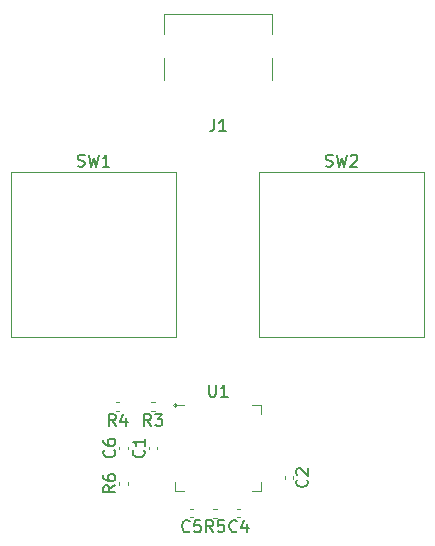
<source format=gbr>
%TF.GenerationSoftware,KiCad,Pcbnew,(5.1.12)-1*%
%TF.CreationDate,2024-08-07T21:13:35+08:00*%
%TF.ProjectId,BKL2x,424b4c32-782e-46b6-9963-61645f706362,1.0*%
%TF.SameCoordinates,Original*%
%TF.FileFunction,Legend,Top*%
%TF.FilePolarity,Positive*%
%FSLAX46Y46*%
G04 Gerber Fmt 4.6, Leading zero omitted, Abs format (unit mm)*
G04 Created by KiCad (PCBNEW (5.1.12)-1) date 2024-08-07 21:13:35*
%MOMM*%
%LPD*%
G01*
G04 APERTURE LIST*
%ADD10C,0.120000*%
%ADD11C,0.150000*%
G04 APERTURE END LIST*
D10*
X146545563Y-105890000D02*
G75*
G03*
X146545563Y-105890000I-155563J0D01*
G01*
%TO.C,R6*%
X141620000Y-112643641D02*
X141620000Y-112336359D01*
X142380000Y-112643641D02*
X142380000Y-112336359D01*
%TO.C,R5*%
X149586359Y-114620000D02*
X149893641Y-114620000D01*
X149586359Y-115380000D02*
X149893641Y-115380000D01*
%TO.C,C1*%
X144140000Y-109607836D02*
X144140000Y-109392164D01*
X144860000Y-109607836D02*
X144860000Y-109392164D01*
%TO.C,C2*%
X155640000Y-111892164D02*
X155640000Y-112107836D01*
X156360000Y-111892164D02*
X156360000Y-112107836D01*
%TO.C,C4*%
X151857836Y-114640000D02*
X151642164Y-114640000D01*
X151857836Y-115360000D02*
X151642164Y-115360000D01*
%TO.C,C5*%
X147857836Y-115360000D02*
X147642164Y-115360000D01*
X147857836Y-114640000D02*
X147642164Y-114640000D01*
%TO.C,C6*%
X142360000Y-109607836D02*
X142360000Y-109392164D01*
X141640000Y-109607836D02*
X141640000Y-109392164D01*
%TO.C,J1*%
X145420000Y-72715000D02*
X154580000Y-72715000D01*
X154580000Y-72715000D02*
X154580000Y-74420000D01*
X145420000Y-74420000D02*
X145420000Y-72715000D01*
X145420000Y-76430000D02*
X145420000Y-78350000D01*
X154580000Y-78350000D02*
X154580000Y-76430000D01*
%TO.C,R3*%
X144643641Y-106380000D02*
X144336359Y-106380000D01*
X144643641Y-105620000D02*
X144336359Y-105620000D01*
%TO.C,R4*%
X141653641Y-105620000D02*
X141346359Y-105620000D01*
X141653641Y-106380000D02*
X141346359Y-106380000D01*
%TO.C,SW1*%
X132475000Y-86095000D02*
X146445000Y-86095000D01*
X146445000Y-86095000D02*
X146445000Y-100065000D01*
X146445000Y-100065000D02*
X132475000Y-100065000D01*
X132475000Y-100065000D02*
X132475000Y-86095000D01*
%TO.C,SW2*%
X153475000Y-100065000D02*
X153475000Y-86095000D01*
X167445000Y-100065000D02*
X153475000Y-100065000D01*
X167445000Y-86095000D02*
X167445000Y-100065000D01*
X153475000Y-86095000D02*
X167445000Y-86095000D01*
%TO.C,U1*%
X147115000Y-105890000D02*
X146390000Y-105890000D01*
X153610000Y-113110000D02*
X153610000Y-112385000D01*
X152885000Y-113110000D02*
X153610000Y-113110000D01*
X146390000Y-113110000D02*
X146390000Y-112385000D01*
X147115000Y-113110000D02*
X146390000Y-113110000D01*
X153610000Y-105890000D02*
X153610000Y-106615000D01*
X152885000Y-105890000D02*
X153610000Y-105890000D01*
%TO.C,R6*%
D11*
X141282380Y-112656666D02*
X140806190Y-112990000D01*
X141282380Y-113228095D02*
X140282380Y-113228095D01*
X140282380Y-112847142D01*
X140330000Y-112751904D01*
X140377619Y-112704285D01*
X140472857Y-112656666D01*
X140615714Y-112656666D01*
X140710952Y-112704285D01*
X140758571Y-112751904D01*
X140806190Y-112847142D01*
X140806190Y-113228095D01*
X140282380Y-111799523D02*
X140282380Y-111990000D01*
X140330000Y-112085238D01*
X140377619Y-112132857D01*
X140520476Y-112228095D01*
X140710952Y-112275714D01*
X141091904Y-112275714D01*
X141187142Y-112228095D01*
X141234761Y-112180476D01*
X141282380Y-112085238D01*
X141282380Y-111894761D01*
X141234761Y-111799523D01*
X141187142Y-111751904D01*
X141091904Y-111704285D01*
X140853809Y-111704285D01*
X140758571Y-111751904D01*
X140710952Y-111799523D01*
X140663333Y-111894761D01*
X140663333Y-112085238D01*
X140710952Y-112180476D01*
X140758571Y-112228095D01*
X140853809Y-112275714D01*
%TO.C,R5*%
X149583333Y-116602380D02*
X149250000Y-116126190D01*
X149011904Y-116602380D02*
X149011904Y-115602380D01*
X149392857Y-115602380D01*
X149488095Y-115650000D01*
X149535714Y-115697619D01*
X149583333Y-115792857D01*
X149583333Y-115935714D01*
X149535714Y-116030952D01*
X149488095Y-116078571D01*
X149392857Y-116126190D01*
X149011904Y-116126190D01*
X150488095Y-115602380D02*
X150011904Y-115602380D01*
X149964285Y-116078571D01*
X150011904Y-116030952D01*
X150107142Y-115983333D01*
X150345238Y-115983333D01*
X150440476Y-116030952D01*
X150488095Y-116078571D01*
X150535714Y-116173809D01*
X150535714Y-116411904D01*
X150488095Y-116507142D01*
X150440476Y-116554761D01*
X150345238Y-116602380D01*
X150107142Y-116602380D01*
X150011904Y-116554761D01*
X149964285Y-116507142D01*
%TO.C,C1*%
X143697142Y-109666666D02*
X143744761Y-109714285D01*
X143792380Y-109857142D01*
X143792380Y-109952380D01*
X143744761Y-110095238D01*
X143649523Y-110190476D01*
X143554285Y-110238095D01*
X143363809Y-110285714D01*
X143220952Y-110285714D01*
X143030476Y-110238095D01*
X142935238Y-110190476D01*
X142840000Y-110095238D01*
X142792380Y-109952380D01*
X142792380Y-109857142D01*
X142840000Y-109714285D01*
X142887619Y-109666666D01*
X143792380Y-108714285D02*
X143792380Y-109285714D01*
X143792380Y-109000000D02*
X142792380Y-109000000D01*
X142935238Y-109095238D01*
X143030476Y-109190476D01*
X143078095Y-109285714D01*
%TO.C,C2*%
X157517142Y-112166666D02*
X157564761Y-112214285D01*
X157612380Y-112357142D01*
X157612380Y-112452380D01*
X157564761Y-112595238D01*
X157469523Y-112690476D01*
X157374285Y-112738095D01*
X157183809Y-112785714D01*
X157040952Y-112785714D01*
X156850476Y-112738095D01*
X156755238Y-112690476D01*
X156660000Y-112595238D01*
X156612380Y-112452380D01*
X156612380Y-112357142D01*
X156660000Y-112214285D01*
X156707619Y-112166666D01*
X156707619Y-111785714D02*
X156660000Y-111738095D01*
X156612380Y-111642857D01*
X156612380Y-111404761D01*
X156660000Y-111309523D01*
X156707619Y-111261904D01*
X156802857Y-111214285D01*
X156898095Y-111214285D01*
X157040952Y-111261904D01*
X157612380Y-111833333D01*
X157612380Y-111214285D01*
%TO.C,C4*%
X151583333Y-116517142D02*
X151535714Y-116564761D01*
X151392857Y-116612380D01*
X151297619Y-116612380D01*
X151154761Y-116564761D01*
X151059523Y-116469523D01*
X151011904Y-116374285D01*
X150964285Y-116183809D01*
X150964285Y-116040952D01*
X151011904Y-115850476D01*
X151059523Y-115755238D01*
X151154761Y-115660000D01*
X151297619Y-115612380D01*
X151392857Y-115612380D01*
X151535714Y-115660000D01*
X151583333Y-115707619D01*
X152440476Y-115945714D02*
X152440476Y-116612380D01*
X152202380Y-115564761D02*
X151964285Y-116279047D01*
X152583333Y-116279047D01*
%TO.C,C5*%
X147583333Y-116517142D02*
X147535714Y-116564761D01*
X147392857Y-116612380D01*
X147297619Y-116612380D01*
X147154761Y-116564761D01*
X147059523Y-116469523D01*
X147011904Y-116374285D01*
X146964285Y-116183809D01*
X146964285Y-116040952D01*
X147011904Y-115850476D01*
X147059523Y-115755238D01*
X147154761Y-115660000D01*
X147297619Y-115612380D01*
X147392857Y-115612380D01*
X147535714Y-115660000D01*
X147583333Y-115707619D01*
X148488095Y-115612380D02*
X148011904Y-115612380D01*
X147964285Y-116088571D01*
X148011904Y-116040952D01*
X148107142Y-115993333D01*
X148345238Y-115993333D01*
X148440476Y-116040952D01*
X148488095Y-116088571D01*
X148535714Y-116183809D01*
X148535714Y-116421904D01*
X148488095Y-116517142D01*
X148440476Y-116564761D01*
X148345238Y-116612380D01*
X148107142Y-116612380D01*
X148011904Y-116564761D01*
X147964285Y-116517142D01*
%TO.C,C6*%
X141197142Y-109666666D02*
X141244761Y-109714285D01*
X141292380Y-109857142D01*
X141292380Y-109952380D01*
X141244761Y-110095238D01*
X141149523Y-110190476D01*
X141054285Y-110238095D01*
X140863809Y-110285714D01*
X140720952Y-110285714D01*
X140530476Y-110238095D01*
X140435238Y-110190476D01*
X140340000Y-110095238D01*
X140292380Y-109952380D01*
X140292380Y-109857142D01*
X140340000Y-109714285D01*
X140387619Y-109666666D01*
X140292380Y-108809523D02*
X140292380Y-109000000D01*
X140340000Y-109095238D01*
X140387619Y-109142857D01*
X140530476Y-109238095D01*
X140720952Y-109285714D01*
X141101904Y-109285714D01*
X141197142Y-109238095D01*
X141244761Y-109190476D01*
X141292380Y-109095238D01*
X141292380Y-108904761D01*
X141244761Y-108809523D01*
X141197142Y-108761904D01*
X141101904Y-108714285D01*
X140863809Y-108714285D01*
X140768571Y-108761904D01*
X140720952Y-108809523D01*
X140673333Y-108904761D01*
X140673333Y-109095238D01*
X140720952Y-109190476D01*
X140768571Y-109238095D01*
X140863809Y-109285714D01*
%TO.C,J1*%
X149666666Y-81667380D02*
X149666666Y-82381666D01*
X149619047Y-82524523D01*
X149523809Y-82619761D01*
X149380952Y-82667380D01*
X149285714Y-82667380D01*
X150666666Y-82667380D02*
X150095238Y-82667380D01*
X150380952Y-82667380D02*
X150380952Y-81667380D01*
X150285714Y-81810238D01*
X150190476Y-81905476D01*
X150095238Y-81953095D01*
%TO.C,R3*%
X144323333Y-107622380D02*
X143990000Y-107146190D01*
X143751904Y-107622380D02*
X143751904Y-106622380D01*
X144132857Y-106622380D01*
X144228095Y-106670000D01*
X144275714Y-106717619D01*
X144323333Y-106812857D01*
X144323333Y-106955714D01*
X144275714Y-107050952D01*
X144228095Y-107098571D01*
X144132857Y-107146190D01*
X143751904Y-107146190D01*
X144656666Y-106622380D02*
X145275714Y-106622380D01*
X144942380Y-107003333D01*
X145085238Y-107003333D01*
X145180476Y-107050952D01*
X145228095Y-107098571D01*
X145275714Y-107193809D01*
X145275714Y-107431904D01*
X145228095Y-107527142D01*
X145180476Y-107574761D01*
X145085238Y-107622380D01*
X144799523Y-107622380D01*
X144704285Y-107574761D01*
X144656666Y-107527142D01*
%TO.C,R4*%
X141333333Y-107622380D02*
X141000000Y-107146190D01*
X140761904Y-107622380D02*
X140761904Y-106622380D01*
X141142857Y-106622380D01*
X141238095Y-106670000D01*
X141285714Y-106717619D01*
X141333333Y-106812857D01*
X141333333Y-106955714D01*
X141285714Y-107050952D01*
X141238095Y-107098571D01*
X141142857Y-107146190D01*
X140761904Y-107146190D01*
X142190476Y-106955714D02*
X142190476Y-107622380D01*
X141952380Y-106574761D02*
X141714285Y-107289047D01*
X142333333Y-107289047D01*
%TO.C,SW1*%
X138126666Y-85610761D02*
X138269523Y-85658380D01*
X138507619Y-85658380D01*
X138602857Y-85610761D01*
X138650476Y-85563142D01*
X138698095Y-85467904D01*
X138698095Y-85372666D01*
X138650476Y-85277428D01*
X138602857Y-85229809D01*
X138507619Y-85182190D01*
X138317142Y-85134571D01*
X138221904Y-85086952D01*
X138174285Y-85039333D01*
X138126666Y-84944095D01*
X138126666Y-84848857D01*
X138174285Y-84753619D01*
X138221904Y-84706000D01*
X138317142Y-84658380D01*
X138555238Y-84658380D01*
X138698095Y-84706000D01*
X139031428Y-84658380D02*
X139269523Y-85658380D01*
X139460000Y-84944095D01*
X139650476Y-85658380D01*
X139888571Y-84658380D01*
X140793333Y-85658380D02*
X140221904Y-85658380D01*
X140507619Y-85658380D02*
X140507619Y-84658380D01*
X140412380Y-84801238D01*
X140317142Y-84896476D01*
X140221904Y-84944095D01*
%TO.C,SW2*%
X159126666Y-85610761D02*
X159269523Y-85658380D01*
X159507619Y-85658380D01*
X159602857Y-85610761D01*
X159650476Y-85563142D01*
X159698095Y-85467904D01*
X159698095Y-85372666D01*
X159650476Y-85277428D01*
X159602857Y-85229809D01*
X159507619Y-85182190D01*
X159317142Y-85134571D01*
X159221904Y-85086952D01*
X159174285Y-85039333D01*
X159126666Y-84944095D01*
X159126666Y-84848857D01*
X159174285Y-84753619D01*
X159221904Y-84706000D01*
X159317142Y-84658380D01*
X159555238Y-84658380D01*
X159698095Y-84706000D01*
X160031428Y-84658380D02*
X160269523Y-85658380D01*
X160460000Y-84944095D01*
X160650476Y-85658380D01*
X160888571Y-84658380D01*
X161221904Y-84753619D02*
X161269523Y-84706000D01*
X161364761Y-84658380D01*
X161602857Y-84658380D01*
X161698095Y-84706000D01*
X161745714Y-84753619D01*
X161793333Y-84848857D01*
X161793333Y-84944095D01*
X161745714Y-85086952D01*
X161174285Y-85658380D01*
X161793333Y-85658380D01*
%TO.C,U1*%
X149238095Y-104132380D02*
X149238095Y-104941904D01*
X149285714Y-105037142D01*
X149333333Y-105084761D01*
X149428571Y-105132380D01*
X149619047Y-105132380D01*
X149714285Y-105084761D01*
X149761904Y-105037142D01*
X149809523Y-104941904D01*
X149809523Y-104132380D01*
X150809523Y-105132380D02*
X150238095Y-105132380D01*
X150523809Y-105132380D02*
X150523809Y-104132380D01*
X150428571Y-104275238D01*
X150333333Y-104370476D01*
X150238095Y-104418095D01*
%TD*%
M02*

</source>
